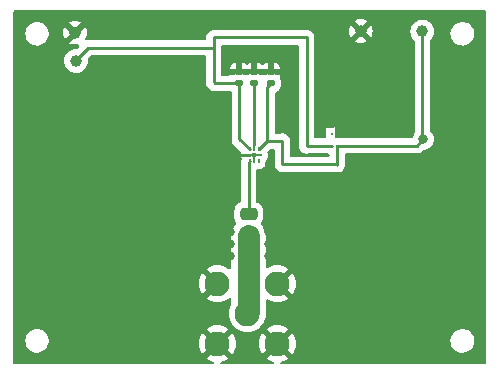
<source format=gtl>
G04 #@! TF.GenerationSoftware,KiCad,Pcbnew,8.0.7-8.0.7-0~ubuntu22.04.1*
G04 #@! TF.CreationDate,2025-02-07T12:30:24-08:00*
G04 #@! TF.ProjectId,WaDAR_Tag_V1_2,57614441-525f-4546-9167-5f56315f322e,rev?*
G04 #@! TF.SameCoordinates,Original*
G04 #@! TF.FileFunction,Copper,L1,Top*
G04 #@! TF.FilePolarity,Positive*
%FSLAX46Y46*%
G04 Gerber Fmt 4.6, Leading zero omitted, Abs format (unit mm)*
G04 Created by KiCad (PCBNEW 8.0.7-8.0.7-0~ubuntu22.04.1) date 2025-02-07 12:30:24*
%MOMM*%
%LPD*%
G01*
G04 APERTURE LIST*
G04 Aperture macros list*
%AMRoundRect*
0 Rectangle with rounded corners*
0 $1 Rounding radius*
0 $2 $3 $4 $5 $6 $7 $8 $9 X,Y pos of 4 corners*
0 Add a 4 corners polygon primitive as box body*
4,1,4,$2,$3,$4,$5,$6,$7,$8,$9,$2,$3,0*
0 Add four circle primitives for the rounded corners*
1,1,$1+$1,$2,$3*
1,1,$1+$1,$4,$5*
1,1,$1+$1,$6,$7*
1,1,$1+$1,$8,$9*
0 Add four rect primitives between the rounded corners*
20,1,$1+$1,$2,$3,$4,$5,0*
20,1,$1+$1,$4,$5,$6,$7,0*
20,1,$1+$1,$6,$7,$8,$9,0*
20,1,$1+$1,$8,$9,$2,$3,0*%
G04 Aperture macros list end*
G04 #@! TA.AperFunction,SMDPad,CuDef*
%ADD10C,1.000000*%
G04 #@! TD*
G04 #@! TA.AperFunction,SMDPad,CuDef*
%ADD11RoundRect,0.140000X0.170000X-0.140000X0.170000X0.140000X-0.170000X0.140000X-0.170000X-0.140000X0*%
G04 #@! TD*
G04 #@! TA.AperFunction,ComponentPad*
%ADD12C,2.108200*%
G04 #@! TD*
G04 #@! TA.AperFunction,SMDPad,CuDef*
%ADD13RoundRect,0.250000X-0.475000X0.250000X-0.475000X-0.250000X0.475000X-0.250000X0.475000X0.250000X0*%
G04 #@! TD*
G04 #@! TA.AperFunction,SMDPad,CuDef*
%ADD14RoundRect,0.037500X0.037500X-0.127500X0.037500X0.127500X-0.037500X0.127500X-0.037500X-0.127500X0*%
G04 #@! TD*
G04 #@! TA.AperFunction,SMDPad,CuDef*
%ADD15RoundRect,0.037500X0.037500X-0.245000X0.037500X0.245000X-0.037500X0.245000X-0.037500X-0.245000X0*%
G04 #@! TD*
G04 #@! TA.AperFunction,SMDPad,CuDef*
%ADD16RoundRect,0.037500X0.245000X0.037500X-0.245000X0.037500X-0.245000X-0.037500X0.245000X-0.037500X0*%
G04 #@! TD*
G04 #@! TA.AperFunction,SMDPad,CuDef*
%ADD17RoundRect,0.100000X0.100000X-0.100000X0.100000X0.100000X-0.100000X0.100000X-0.100000X-0.100000X0*%
G04 #@! TD*
G04 #@! TA.AperFunction,SMDPad,CuDef*
%ADD18C,0.250000*%
G04 #@! TD*
G04 #@! TA.AperFunction,ViaPad*
%ADD19C,0.800000*%
G04 #@! TD*
G04 #@! TA.AperFunction,Conductor*
%ADD20C,0.270000*%
G04 #@! TD*
G04 #@! TA.AperFunction,Conductor*
%ADD21C,0.250000*%
G04 #@! TD*
G04 #@! TA.AperFunction,Conductor*
%ADD22C,1.900000*%
G04 #@! TD*
G04 #@! TA.AperFunction,Conductor*
%ADD23C,0.150000*%
G04 #@! TD*
G04 APERTURE END LIST*
D10*
X173000000Y-47275000D03*
D11*
X165400000Y-50740000D03*
X165400000Y-51700000D03*
X162700000Y-50740000D03*
X162700000Y-51700000D03*
D12*
X160860000Y-73740000D03*
X160860000Y-68660000D03*
X165940000Y-68660000D03*
X165940000Y-73740000D03*
X163400000Y-71200000D03*
D13*
X163500000Y-64650000D03*
X163500000Y-62750000D03*
D14*
X163650000Y-58300000D03*
D15*
X164000000Y-58182500D03*
D16*
X163650000Y-57800000D03*
D17*
X164000000Y-57800000D03*
D16*
X164350000Y-57800000D03*
D14*
X164350000Y-58300000D03*
X164350000Y-57300000D03*
X164000000Y-57300000D03*
X163650000Y-57300000D03*
D18*
X170590000Y-56000000D03*
X170590000Y-57000000D03*
X171000000Y-57000000D03*
X171000000Y-56000000D03*
D11*
X164000000Y-50720000D03*
X164000000Y-51680000D03*
D10*
X148900000Y-49800000D03*
X178200000Y-47300000D03*
X148800000Y-47400000D03*
D19*
X161900000Y-65300000D03*
X165200000Y-60300000D03*
X165200000Y-62300000D03*
X165200000Y-63300000D03*
X161900000Y-64300000D03*
X161900000Y-66300000D03*
X165200000Y-61300000D03*
X161900000Y-59300000D03*
X161900000Y-62300000D03*
X165200000Y-59300000D03*
X161900000Y-61300000D03*
X149000000Y-56425000D03*
X165200000Y-64300000D03*
X161900000Y-63300000D03*
X161900000Y-60300000D03*
X165200000Y-66300000D03*
X165200000Y-65300000D03*
X178300000Y-56425000D03*
D20*
X178300000Y-56425000D02*
X178200000Y-56325000D01*
X178200000Y-56325000D02*
X178200000Y-47300000D01*
X178300000Y-56425000D02*
X177725000Y-57000000D01*
X177725000Y-57000000D02*
X171050000Y-57000000D01*
D21*
X163650000Y-57800000D02*
X162200000Y-57800000D01*
D20*
X160550000Y-51620000D02*
X160630000Y-51700000D01*
X149900000Y-48700000D02*
X160450000Y-48700000D01*
X162700000Y-51700000D02*
X162700000Y-56410000D01*
X160550000Y-48800000D02*
X160550000Y-51620000D01*
X160630000Y-51700000D02*
X162700000Y-51700000D01*
X162700000Y-56410000D02*
X163590000Y-57300000D01*
X148900000Y-49700000D02*
X149900000Y-48700000D01*
X170590000Y-57000000D02*
X168440000Y-57000000D01*
X168420000Y-47830000D02*
X168440000Y-47810000D01*
X160550000Y-47850000D02*
X160550000Y-48800000D01*
X160590000Y-47810000D02*
X160550000Y-47850000D01*
X160450000Y-48700000D02*
X160550000Y-48800000D01*
X168440000Y-47810000D02*
X160590000Y-47810000D01*
X168440000Y-57000000D02*
X168420000Y-57020000D01*
X168420000Y-57020000D02*
X168420000Y-47830000D01*
D22*
X163500000Y-71100000D02*
X163400000Y-71200000D01*
X163500000Y-64650000D02*
X163500000Y-71100000D01*
D20*
X164000000Y-51680000D02*
X164000000Y-56957166D01*
D23*
X164000000Y-57300000D02*
X164000000Y-56957166D01*
D20*
X166330000Y-56610000D02*
X166360000Y-56580000D01*
X166360000Y-58560000D02*
X166370000Y-58570000D01*
X165100000Y-56610000D02*
X166330000Y-56610000D01*
X165100000Y-56610000D02*
X164410000Y-57300000D01*
X165100000Y-52000000D02*
X165100000Y-56610000D01*
X166360000Y-56580000D02*
X166360000Y-58560000D01*
X170970000Y-58570000D02*
X171000000Y-58600000D01*
X171000000Y-57000000D02*
X171000000Y-58600000D01*
X166370000Y-58570000D02*
X170970000Y-58570000D01*
X165400000Y-51700000D02*
X165100000Y-52000000D01*
X163500000Y-58390000D02*
X163590000Y-58300000D01*
X163600000Y-62750000D02*
X163590000Y-62740000D01*
X163500000Y-62750000D02*
X163500000Y-58390000D01*
G04 #@! TA.AperFunction,Conductor*
G36*
X159961427Y-67407875D02*
G01*
X160497629Y-67944077D01*
X160481011Y-67950961D01*
X160349966Y-68038522D01*
X160238522Y-68149966D01*
X160150961Y-68281011D01*
X160144077Y-68297629D01*
X159595523Y-67749075D01*
X159471004Y-67952270D01*
X159377393Y-68178269D01*
X159377389Y-68178281D01*
X159320287Y-68416129D01*
X159301094Y-68660000D01*
X159320287Y-68903870D01*
X159377389Y-69141718D01*
X159377393Y-69141730D01*
X159471004Y-69367729D01*
X159595523Y-69570923D01*
X160144077Y-69022369D01*
X160150961Y-69038989D01*
X160238522Y-69170034D01*
X160349966Y-69281478D01*
X160481011Y-69369039D01*
X160497628Y-69375922D01*
X159949075Y-69924475D01*
X159949075Y-69924476D01*
X160152270Y-70048995D01*
X160378269Y-70142606D01*
X160378281Y-70142610D01*
X160616129Y-70199712D01*
X160860000Y-70218905D01*
X161103870Y-70199712D01*
X161341718Y-70142610D01*
X161341730Y-70142606D01*
X161567729Y-70048995D01*
X161776296Y-69921184D01*
X161776298Y-69921183D01*
X161844968Y-69862534D01*
X161908729Y-69833963D01*
X161977815Y-69844400D01*
X162030291Y-69890531D01*
X162049500Y-69956824D01*
X162049500Y-70393524D01*
X162031229Y-70458312D01*
X162010555Y-70492049D01*
X162010552Y-70492055D01*
X161916915Y-70718115D01*
X161916915Y-70718116D01*
X161859792Y-70956051D01*
X161840593Y-71200000D01*
X161859792Y-71443948D01*
X161916915Y-71681883D01*
X161916915Y-71681884D01*
X162010555Y-71907952D01*
X162010557Y-71907955D01*
X162138409Y-72116590D01*
X162138410Y-72116593D01*
X162138413Y-72116596D01*
X162297333Y-72302667D01*
X162441370Y-72425687D01*
X162483406Y-72461589D01*
X162483408Y-72461589D01*
X162692044Y-72589442D01*
X162692047Y-72589444D01*
X162918116Y-72683084D01*
X163122301Y-72732104D01*
X163156055Y-72740208D01*
X163400000Y-72759407D01*
X163643945Y-72740208D01*
X163881883Y-72683084D01*
X163881884Y-72683084D01*
X164107952Y-72589444D01*
X164107953Y-72589443D01*
X164107956Y-72589442D01*
X164316596Y-72461587D01*
X164502667Y-72302667D01*
X164661587Y-72116596D01*
X164789442Y-71907956D01*
X164883084Y-71681883D01*
X164940208Y-71443945D01*
X164959407Y-71200000D01*
X164950882Y-71091679D01*
X164950500Y-71081950D01*
X164950500Y-70097743D01*
X164970185Y-70030704D01*
X165022989Y-69984949D01*
X165092147Y-69975005D01*
X165139290Y-69992016D01*
X165232270Y-70048995D01*
X165458269Y-70142606D01*
X165458281Y-70142610D01*
X165696129Y-70199712D01*
X165940000Y-70218905D01*
X166183870Y-70199712D01*
X166421718Y-70142610D01*
X166421730Y-70142606D01*
X166647729Y-70048995D01*
X166850922Y-69924476D01*
X166850923Y-69924475D01*
X166302370Y-69375922D01*
X166318989Y-69369039D01*
X166450034Y-69281478D01*
X166561478Y-69170034D01*
X166649039Y-69038989D01*
X166655922Y-69022370D01*
X167204475Y-69570923D01*
X167204476Y-69570922D01*
X167328995Y-69367729D01*
X167422606Y-69141730D01*
X167422610Y-69141718D01*
X167479712Y-68903870D01*
X167498905Y-68660000D01*
X167479712Y-68416129D01*
X167422610Y-68178281D01*
X167422606Y-68178269D01*
X167328995Y-67952270D01*
X167204475Y-67749075D01*
X166655922Y-68297628D01*
X166649039Y-68281011D01*
X166561478Y-68149966D01*
X166450034Y-68038522D01*
X166318989Y-67950961D01*
X166302368Y-67944076D01*
X166808799Y-67437646D01*
X169650000Y-67450000D01*
X169650000Y-69000000D01*
X169700000Y-69900000D01*
X169650000Y-69750000D01*
X169650000Y-75350000D01*
X166195054Y-75350000D01*
X166220264Y-75294797D01*
X166279042Y-75257023D01*
X166285030Y-75255426D01*
X166421718Y-75222610D01*
X166421730Y-75222606D01*
X166647729Y-75128995D01*
X166850922Y-75004476D01*
X166850923Y-75004475D01*
X166302370Y-74455922D01*
X166318989Y-74449039D01*
X166450034Y-74361478D01*
X166561478Y-74250034D01*
X166649039Y-74118989D01*
X166655922Y-74102370D01*
X167204475Y-74650923D01*
X167204476Y-74650922D01*
X167328995Y-74447729D01*
X167422606Y-74221730D01*
X167422610Y-74221718D01*
X167479712Y-73983870D01*
X167498905Y-73740000D01*
X167479712Y-73496129D01*
X167422610Y-73258281D01*
X167422606Y-73258269D01*
X167328995Y-73032270D01*
X167204475Y-72829075D01*
X166655922Y-73377628D01*
X166649039Y-73361011D01*
X166561478Y-73229966D01*
X166450034Y-73118522D01*
X166318989Y-73030961D01*
X166302368Y-73024076D01*
X166850923Y-72475523D01*
X166647729Y-72351004D01*
X166421730Y-72257393D01*
X166421718Y-72257389D01*
X166183870Y-72200287D01*
X165940000Y-72181094D01*
X165696129Y-72200287D01*
X165458281Y-72257389D01*
X165458269Y-72257393D01*
X165232270Y-72351004D01*
X165029075Y-72475523D01*
X165577629Y-73024077D01*
X165561011Y-73030961D01*
X165429966Y-73118522D01*
X165318522Y-73229966D01*
X165230961Y-73361011D01*
X165224077Y-73377629D01*
X164675523Y-72829075D01*
X164551004Y-73032270D01*
X164457393Y-73258269D01*
X164457389Y-73258281D01*
X164400287Y-73496129D01*
X164381094Y-73740000D01*
X164400287Y-73983870D01*
X164457389Y-74221718D01*
X164457393Y-74221730D01*
X164551004Y-74447729D01*
X164675523Y-74650923D01*
X165224077Y-74102369D01*
X165230961Y-74118989D01*
X165318522Y-74250034D01*
X165429966Y-74361478D01*
X165561011Y-74449039D01*
X165577629Y-74455922D01*
X165029075Y-75004475D01*
X165029075Y-75004476D01*
X165232270Y-75128995D01*
X165458269Y-75222606D01*
X165458281Y-75222610D01*
X165594970Y-75255426D01*
X165655562Y-75290217D01*
X165686563Y-75350000D01*
X161115054Y-75350000D01*
X161140264Y-75294797D01*
X161199042Y-75257023D01*
X161205030Y-75255426D01*
X161341718Y-75222610D01*
X161341730Y-75222606D01*
X161567729Y-75128995D01*
X161770922Y-75004476D01*
X161770923Y-75004475D01*
X161222370Y-74455922D01*
X161238989Y-74449039D01*
X161370034Y-74361478D01*
X161481478Y-74250034D01*
X161569039Y-74118989D01*
X161575922Y-74102370D01*
X162124475Y-74650923D01*
X162124476Y-74650922D01*
X162248995Y-74447729D01*
X162342606Y-74221730D01*
X162342610Y-74221718D01*
X162399712Y-73983870D01*
X162418905Y-73740000D01*
X162399712Y-73496129D01*
X162342610Y-73258281D01*
X162342606Y-73258269D01*
X162248995Y-73032270D01*
X162124475Y-72829075D01*
X161575922Y-73377628D01*
X161569039Y-73361011D01*
X161481478Y-73229966D01*
X161370034Y-73118522D01*
X161238989Y-73030961D01*
X161222368Y-73024076D01*
X161770923Y-72475523D01*
X161567729Y-72351004D01*
X161341730Y-72257393D01*
X161341718Y-72257389D01*
X161103870Y-72200287D01*
X160860000Y-72181094D01*
X160616129Y-72200287D01*
X160378281Y-72257389D01*
X160378269Y-72257393D01*
X160152270Y-72351004D01*
X159949075Y-72475523D01*
X160497629Y-73024077D01*
X160481011Y-73030961D01*
X160349966Y-73118522D01*
X160238522Y-73229966D01*
X160150961Y-73361011D01*
X160144077Y-73377629D01*
X159595523Y-72829075D01*
X159471004Y-73032270D01*
X159377393Y-73258269D01*
X159377389Y-73258281D01*
X159320287Y-73496129D01*
X159301094Y-73740000D01*
X159320287Y-73983870D01*
X159377389Y-74221718D01*
X159377393Y-74221730D01*
X159471004Y-74447729D01*
X159595523Y-74650923D01*
X160144077Y-74102369D01*
X160150961Y-74118989D01*
X160238522Y-74250034D01*
X160349966Y-74361478D01*
X160481011Y-74449039D01*
X160497629Y-74455922D01*
X159949075Y-75004475D01*
X159949075Y-75004476D01*
X160152270Y-75128995D01*
X160378269Y-75222606D01*
X160378281Y-75222610D01*
X160514970Y-75255426D01*
X160575562Y-75290217D01*
X160606563Y-75350000D01*
X158150000Y-75350000D01*
X158150000Y-67400000D01*
X159961427Y-67407875D01*
G37*
G04 #@! TD.AperFunction*
G04 #@! TA.AperFunction,Conductor*
G36*
X183543039Y-45519685D02*
G01*
X183588794Y-45572489D01*
X183600000Y-45624000D01*
X183600000Y-75376000D01*
X183580315Y-75443039D01*
X183527511Y-75488794D01*
X183476000Y-75500000D01*
X166313977Y-75500000D01*
X166246938Y-75480315D01*
X166201183Y-75427511D01*
X166191239Y-75358353D01*
X166195054Y-75350000D01*
X169650000Y-75350000D01*
X169650000Y-73500000D01*
X180597422Y-73500000D01*
X180617943Y-73701819D01*
X180678669Y-73895364D01*
X180678676Y-73895379D01*
X180777118Y-74072738D01*
X180777121Y-74072743D01*
X180909255Y-74226660D01*
X180909256Y-74226662D01*
X181069668Y-74350829D01*
X181069672Y-74350832D01*
X181251799Y-74440170D01*
X181448182Y-74491017D01*
X181650780Y-74501292D01*
X181851299Y-74470573D01*
X182041530Y-74400120D01*
X182213684Y-74292815D01*
X182360715Y-74153052D01*
X182476601Y-73986553D01*
X182556600Y-73800135D01*
X182597435Y-73601429D01*
X182600000Y-73500000D01*
X182597435Y-73398571D01*
X182556600Y-73199865D01*
X182476601Y-73013447D01*
X182360715Y-72846948D01*
X182213684Y-72707185D01*
X182041530Y-72599880D01*
X181933391Y-72559830D01*
X181851300Y-72529427D01*
X181851294Y-72529426D01*
X181650781Y-72498708D01*
X181650780Y-72498708D01*
X181549481Y-72503845D01*
X181448181Y-72508983D01*
X181251798Y-72559830D01*
X181069668Y-72649170D01*
X180909256Y-72773337D01*
X180909255Y-72773339D01*
X180777121Y-72927256D01*
X180777118Y-72927261D01*
X180678676Y-73104620D01*
X180678669Y-73104635D01*
X180617943Y-73298180D01*
X180597422Y-73500000D01*
X169650000Y-73500000D01*
X169650000Y-69750000D01*
X169700000Y-69900000D01*
X169650000Y-69000000D01*
X169650000Y-67450000D01*
X166808798Y-67437646D01*
X166850923Y-67395523D01*
X166647729Y-67271004D01*
X166421730Y-67177393D01*
X166421718Y-67177389D01*
X166183870Y-67120287D01*
X165940000Y-67101094D01*
X165696129Y-67120287D01*
X165458281Y-67177389D01*
X165458269Y-67177393D01*
X165232275Y-67271002D01*
X165139290Y-67327984D01*
X165071844Y-67346228D01*
X165005241Y-67325111D01*
X164960628Y-67271339D01*
X164950500Y-67222256D01*
X164950500Y-64535837D01*
X164914784Y-64310339D01*
X164844229Y-64093196D01*
X164740578Y-63889771D01*
X164606379Y-63705063D01*
X164556523Y-63655207D01*
X164523038Y-63593884D01*
X164528022Y-63524192D01*
X164556523Y-63479845D01*
X164567712Y-63468656D01*
X164659814Y-63319334D01*
X164714999Y-63152797D01*
X164725500Y-63050009D01*
X164725499Y-62449992D01*
X164714999Y-62347203D01*
X164659814Y-62180666D01*
X164567712Y-62031344D01*
X164443656Y-61907288D01*
X164294334Y-61815186D01*
X164220494Y-61790717D01*
X164163051Y-61750945D01*
X164136228Y-61686429D01*
X164135500Y-61673012D01*
X164135500Y-59089070D01*
X164155185Y-59022031D01*
X164207989Y-58976276D01*
X164266917Y-58965292D01*
X164270376Y-58965499D01*
X164270382Y-58965500D01*
X164270388Y-58965500D01*
X164429619Y-58965500D01*
X164451232Y-58962904D01*
X164516077Y-58955117D01*
X164653658Y-58900862D01*
X164771500Y-58811500D01*
X164860862Y-58693658D01*
X164915117Y-58556077D01*
X164925500Y-58469618D01*
X164925500Y-58323031D01*
X164945185Y-58255992D01*
X164974578Y-58224224D01*
X164978646Y-58221138D01*
X165067920Y-58103413D01*
X165067923Y-58103407D01*
X165122126Y-57965958D01*
X165132500Y-57879571D01*
X165132500Y-57720428D01*
X165122126Y-57634041D01*
X165110266Y-57603967D01*
X165103982Y-57534380D01*
X165136318Y-57472443D01*
X165137781Y-57470951D01*
X165326916Y-57281816D01*
X165388238Y-57248334D01*
X165414595Y-57245500D01*
X165600500Y-57245500D01*
X165667539Y-57265185D01*
X165713294Y-57317989D01*
X165724500Y-57369500D01*
X165724500Y-58622595D01*
X165748920Y-58745361D01*
X165748923Y-58745373D01*
X165796823Y-58861015D01*
X165796830Y-58861028D01*
X165866374Y-58965107D01*
X165866376Y-58965110D01*
X165876372Y-58975105D01*
X165876375Y-58975108D01*
X165923298Y-59022031D01*
X165964893Y-59063626D01*
X166068971Y-59133169D01*
X166068984Y-59133176D01*
X166184626Y-59181076D01*
X166184631Y-59181078D01*
X166307404Y-59205499D01*
X166307408Y-59205500D01*
X166307409Y-59205500D01*
X170777849Y-59205500D01*
X170808621Y-59210065D01*
X170808656Y-59209890D01*
X170812220Y-59210598D01*
X170813845Y-59210840D01*
X170814631Y-59211078D01*
X170937404Y-59235499D01*
X170937408Y-59235500D01*
X170937409Y-59235500D01*
X171062592Y-59235500D01*
X171062593Y-59235499D01*
X171185369Y-59211078D01*
X171301022Y-59163173D01*
X171405108Y-59093625D01*
X171493625Y-59005108D01*
X171563173Y-58901022D01*
X171611078Y-58785369D01*
X171635500Y-58662591D01*
X171635500Y-57759500D01*
X171655185Y-57692461D01*
X171707989Y-57646706D01*
X171759500Y-57635500D01*
X177787592Y-57635500D01*
X177787593Y-57635499D01*
X177910369Y-57611078D01*
X178026022Y-57563173D01*
X178130108Y-57493625D01*
X178261915Y-57361817D01*
X178323236Y-57328334D01*
X178349595Y-57325500D01*
X178394644Y-57325500D01*
X178394646Y-57325500D01*
X178579803Y-57286144D01*
X178752730Y-57209151D01*
X178905871Y-57097888D01*
X179032533Y-56957216D01*
X179127179Y-56793284D01*
X179185674Y-56613256D01*
X179205460Y-56425000D01*
X179185674Y-56236744D01*
X179127179Y-56056716D01*
X179032533Y-55892784D01*
X178982922Y-55837686D01*
X178905876Y-55752116D01*
X178905871Y-55752112D01*
X178886613Y-55738120D01*
X178843948Y-55682790D01*
X178835500Y-55637803D01*
X178835500Y-48131395D01*
X178855185Y-48064356D01*
X178880833Y-48035543D01*
X178910883Y-48010883D01*
X179035910Y-47858538D01*
X179128814Y-47684727D01*
X179184851Y-47500000D01*
X180597422Y-47500000D01*
X180617943Y-47701819D01*
X180678669Y-47895364D01*
X180678676Y-47895379D01*
X180777118Y-48072738D01*
X180777121Y-48072743D01*
X180909255Y-48226660D01*
X180909256Y-48226662D01*
X181040625Y-48328348D01*
X181069672Y-48350832D01*
X181251799Y-48440170D01*
X181448182Y-48491017D01*
X181650780Y-48501292D01*
X181851299Y-48470573D01*
X182041530Y-48400120D01*
X182213684Y-48292815D01*
X182360715Y-48153052D01*
X182476601Y-47986553D01*
X182556600Y-47800135D01*
X182597435Y-47601429D01*
X182600000Y-47500000D01*
X182599267Y-47471032D01*
X182597435Y-47398575D01*
X182597435Y-47398571D01*
X182556600Y-47199865D01*
X182476601Y-47013447D01*
X182408265Y-46915266D01*
X182360715Y-46846948D01*
X182213685Y-46707186D01*
X182213684Y-46707185D01*
X182041530Y-46599880D01*
X181933391Y-46559830D01*
X181851300Y-46529427D01*
X181851294Y-46529426D01*
X181650781Y-46498708D01*
X181650780Y-46498708D01*
X181549481Y-46503845D01*
X181448181Y-46508983D01*
X181251798Y-46559830D01*
X181069668Y-46649170D01*
X180909256Y-46773337D01*
X180909255Y-46773339D01*
X180777121Y-46927256D01*
X180777118Y-46927261D01*
X180678676Y-47104620D01*
X180678669Y-47104635D01*
X180617943Y-47298180D01*
X180597422Y-47500000D01*
X179184851Y-47500000D01*
X179186024Y-47496132D01*
X179205341Y-47300000D01*
X179186024Y-47103868D01*
X179128814Y-46915273D01*
X179128811Y-46915269D01*
X179128811Y-46915266D01*
X179035913Y-46741467D01*
X179035909Y-46741460D01*
X178910883Y-46589116D01*
X178758539Y-46464090D01*
X178758532Y-46464086D01*
X178584733Y-46371188D01*
X178584727Y-46371186D01*
X178396132Y-46313976D01*
X178396129Y-46313975D01*
X178200000Y-46294659D01*
X178003870Y-46313975D01*
X177815266Y-46371188D01*
X177641467Y-46464086D01*
X177641460Y-46464090D01*
X177489116Y-46589116D01*
X177364090Y-46741460D01*
X177364086Y-46741467D01*
X177271188Y-46915266D01*
X177213975Y-47103870D01*
X177194659Y-47300000D01*
X177213975Y-47496129D01*
X177213976Y-47496132D01*
X177265088Y-47664626D01*
X177271188Y-47684733D01*
X177364086Y-47858532D01*
X177364090Y-47858539D01*
X177489115Y-48010881D01*
X177489117Y-48010883D01*
X177519164Y-48035542D01*
X177558498Y-48093285D01*
X177564500Y-48131395D01*
X177564500Y-55864697D01*
X177547887Y-55926697D01*
X177472821Y-56056715D01*
X177472818Y-56056722D01*
X177414325Y-56236745D01*
X177412569Y-56253460D01*
X177385986Y-56318075D01*
X177328689Y-56358060D01*
X177289248Y-56364500D01*
X172400000Y-56364500D01*
X172400000Y-55200000D01*
X170800000Y-55200000D01*
X170800000Y-55400000D01*
X170799974Y-55405596D01*
X170776745Y-55411322D01*
X170634845Y-55485797D01*
X170577220Y-55500000D01*
X170100000Y-55500000D01*
X170100000Y-56240500D01*
X170080315Y-56307539D01*
X170027511Y-56353294D01*
X169976000Y-56364500D01*
X169179500Y-56364500D01*
X169112461Y-56344815D01*
X169066706Y-56292011D01*
X169055500Y-56240500D01*
X169055500Y-48137075D01*
X172491476Y-48137075D01*
X172615462Y-48203348D01*
X172803969Y-48260531D01*
X172803965Y-48260531D01*
X173000000Y-48279838D01*
X173196032Y-48260531D01*
X173384537Y-48203348D01*
X173508523Y-48137076D01*
X173508523Y-48137075D01*
X173000001Y-47628553D01*
X173000000Y-47628553D01*
X172491476Y-48137075D01*
X169055500Y-48137075D01*
X169055500Y-47985349D01*
X169057883Y-47961157D01*
X169061992Y-47940500D01*
X169075500Y-47872591D01*
X169075500Y-47747409D01*
X169051078Y-47624631D01*
X169051076Y-47624626D01*
X169003176Y-47508984D01*
X169003169Y-47508971D01*
X168933625Y-47404892D01*
X168933622Y-47404888D01*
X168845111Y-47316377D01*
X168845107Y-47316374D01*
X168783187Y-47275000D01*
X171995161Y-47275000D01*
X172014468Y-47471032D01*
X172071651Y-47659539D01*
X172137922Y-47783523D01*
X172137923Y-47783523D01*
X172646446Y-47275000D01*
X172646446Y-47274999D01*
X173353553Y-47274999D01*
X173353553Y-47275000D01*
X173862076Y-47783523D01*
X173928348Y-47659537D01*
X173985531Y-47471032D01*
X174004838Y-47275000D01*
X173985531Y-47078967D01*
X173928348Y-46890462D01*
X173862075Y-46766476D01*
X173353553Y-47274999D01*
X172646446Y-47274999D01*
X172137923Y-46766476D01*
X172071649Y-46890466D01*
X172014468Y-47078967D01*
X171995161Y-47275000D01*
X168783187Y-47275000D01*
X168741028Y-47246830D01*
X168741015Y-47246823D01*
X168625373Y-47198923D01*
X168625361Y-47198920D01*
X168502595Y-47174500D01*
X168502591Y-47174500D01*
X160658725Y-47174500D01*
X160658705Y-47174499D01*
X160652591Y-47174499D01*
X160527409Y-47174499D01*
X160527408Y-47174499D01*
X160477135Y-47184499D01*
X160426862Y-47194500D01*
X160413473Y-47197163D01*
X160404629Y-47198922D01*
X160404626Y-47198923D01*
X160288984Y-47246823D01*
X160288977Y-47246827D01*
X160259046Y-47266827D01*
X160229114Y-47286827D01*
X160229113Y-47286828D01*
X160184889Y-47316376D01*
X160184888Y-47316377D01*
X160144893Y-47356374D01*
X160144892Y-47356375D01*
X160102696Y-47398571D01*
X160056373Y-47444893D01*
X159986830Y-47548971D01*
X159986823Y-47548984D01*
X159938923Y-47664626D01*
X159938920Y-47664638D01*
X159914500Y-47787404D01*
X159914500Y-47940500D01*
X159894815Y-48007539D01*
X159842011Y-48053294D01*
X159790500Y-48064500D01*
X149968725Y-48064500D01*
X149968705Y-48064499D01*
X149962591Y-48064499D01*
X149837409Y-48064499D01*
X149805065Y-48070932D01*
X149735474Y-48064703D01*
X149680297Y-48021839D01*
X149657054Y-47955949D01*
X149671518Y-47890861D01*
X149728348Y-47784539D01*
X149785531Y-47596032D01*
X149804838Y-47400000D01*
X149785531Y-47203967D01*
X149728348Y-47015462D01*
X149662076Y-46891476D01*
X148976777Y-47576777D01*
X148291476Y-48262076D01*
X148415462Y-48328348D01*
X148603969Y-48385531D01*
X148603965Y-48385531D01*
X148800000Y-48404838D01*
X149002097Y-48384934D01*
X149002263Y-48386622D01*
X149063772Y-48392116D01*
X149118956Y-48434970D01*
X149142211Y-48500856D01*
X149126154Y-48568855D01*
X149106071Y-48595194D01*
X148938702Y-48762563D01*
X148877379Y-48796048D01*
X148863176Y-48798285D01*
X148703870Y-48813975D01*
X148515266Y-48871188D01*
X148341467Y-48964086D01*
X148341460Y-48964090D01*
X148189116Y-49089116D01*
X148064090Y-49241460D01*
X148064086Y-49241467D01*
X147971188Y-49415266D01*
X147913975Y-49603870D01*
X147894659Y-49800000D01*
X147913975Y-49996129D01*
X147913976Y-49996132D01*
X147962387Y-50155722D01*
X147971188Y-50184733D01*
X148064086Y-50358532D01*
X148064090Y-50358539D01*
X148189116Y-50510883D01*
X148341460Y-50635909D01*
X148341467Y-50635913D01*
X148515266Y-50728811D01*
X148515269Y-50728811D01*
X148515273Y-50728814D01*
X148703868Y-50786024D01*
X148900000Y-50805341D01*
X149096132Y-50786024D01*
X149284727Y-50728814D01*
X149458538Y-50635910D01*
X149610883Y-50510883D01*
X149735910Y-50358538D01*
X149828814Y-50184727D01*
X149886024Y-49996132D01*
X149905341Y-49800000D01*
X149892564Y-49670279D01*
X149905583Y-49601635D01*
X149928280Y-49570451D01*
X150126915Y-49371816D01*
X150188238Y-49338334D01*
X150214595Y-49335500D01*
X159790500Y-49335500D01*
X159857539Y-49355185D01*
X159903294Y-49407989D01*
X159914500Y-49459500D01*
X159914500Y-51682595D01*
X159938920Y-51805361D01*
X159938923Y-51805373D01*
X159986823Y-51921015D01*
X159986830Y-51921028D01*
X160056373Y-52025106D01*
X160056374Y-52025107D01*
X160056375Y-52025108D01*
X160136375Y-52105108D01*
X160224892Y-52193625D01*
X160224893Y-52193626D01*
X160328971Y-52263169D01*
X160328984Y-52263176D01*
X160444626Y-52311076D01*
X160444631Y-52311078D01*
X160567404Y-52335499D01*
X160567408Y-52335500D01*
X160567409Y-52335500D01*
X161940500Y-52335500D01*
X162007539Y-52355185D01*
X162053294Y-52407989D01*
X162064500Y-52459500D01*
X162064500Y-56472595D01*
X162088920Y-56595361D01*
X162088923Y-56595373D01*
X162136823Y-56711015D01*
X162136830Y-56711028D01*
X162206374Y-56815107D01*
X162206377Y-56815111D01*
X162862060Y-57470793D01*
X162895545Y-57532116D01*
X162890561Y-57601807D01*
X162889735Y-57603961D01*
X162877873Y-57634043D01*
X162867500Y-57720428D01*
X162867500Y-57879571D01*
X162877873Y-57965956D01*
X162913089Y-58055260D01*
X162919370Y-58124847D01*
X162912296Y-58148200D01*
X162888921Y-58204634D01*
X162888919Y-58204638D01*
X162864500Y-58327404D01*
X162864500Y-61673012D01*
X162844815Y-61740051D01*
X162792011Y-61785806D01*
X162779505Y-61790718D01*
X162705666Y-61815186D01*
X162556342Y-61907289D01*
X162432289Y-62031342D01*
X162340187Y-62180663D01*
X162340186Y-62180666D01*
X162285001Y-62347203D01*
X162285001Y-62347204D01*
X162285000Y-62347204D01*
X162274500Y-62449983D01*
X162274500Y-63050001D01*
X162274501Y-63050019D01*
X162285000Y-63152796D01*
X162285001Y-63152799D01*
X162340185Y-63319331D01*
X162340187Y-63319336D01*
X162432289Y-63468657D01*
X162443477Y-63479845D01*
X162476962Y-63541168D01*
X162471978Y-63610860D01*
X162443477Y-63655207D01*
X162393623Y-63705060D01*
X162393622Y-63705061D01*
X162259421Y-63889771D01*
X162155770Y-64093196D01*
X162085215Y-64310339D01*
X162049500Y-64535837D01*
X162049500Y-67363175D01*
X162033728Y-67416885D01*
X161796246Y-67415853D01*
X161776298Y-67398816D01*
X161776296Y-67398815D01*
X161567729Y-67271004D01*
X161341730Y-67177393D01*
X161341718Y-67177389D01*
X161103870Y-67120287D01*
X160860000Y-67101094D01*
X160616129Y-67120287D01*
X160378281Y-67177389D01*
X160378269Y-67177393D01*
X160152270Y-67271004D01*
X159949075Y-67395523D01*
X159961427Y-67407875D01*
X158150000Y-67400000D01*
X158150000Y-75350000D01*
X160606563Y-75350000D01*
X160607726Y-75352243D01*
X160601250Y-75421812D01*
X160558191Y-75476836D01*
X160492218Y-75499845D01*
X160486023Y-75500000D01*
X143724000Y-75500000D01*
X143656961Y-75480315D01*
X143611206Y-75427511D01*
X143600000Y-75376000D01*
X143600000Y-73500000D01*
X144597422Y-73500000D01*
X144617943Y-73701819D01*
X144678669Y-73895364D01*
X144678676Y-73895379D01*
X144777118Y-74072738D01*
X144777121Y-74072743D01*
X144909255Y-74226660D01*
X144909256Y-74226662D01*
X145069668Y-74350829D01*
X145069672Y-74350832D01*
X145251799Y-74440170D01*
X145448182Y-74491017D01*
X145650780Y-74501292D01*
X145851299Y-74470573D01*
X146041530Y-74400120D01*
X146213684Y-74292815D01*
X146360715Y-74153052D01*
X146476601Y-73986553D01*
X146556600Y-73800135D01*
X146597435Y-73601429D01*
X146600000Y-73500000D01*
X146597435Y-73398571D01*
X146556600Y-73199865D01*
X146476601Y-73013447D01*
X146360715Y-72846948D01*
X146213684Y-72707185D01*
X146041530Y-72599880D01*
X145933391Y-72559830D01*
X145851300Y-72529427D01*
X145851294Y-72529426D01*
X145650781Y-72498708D01*
X145650780Y-72498708D01*
X145549481Y-72503845D01*
X145448181Y-72508983D01*
X145251798Y-72559830D01*
X145069668Y-72649170D01*
X144909256Y-72773337D01*
X144909255Y-72773339D01*
X144777121Y-72927256D01*
X144777118Y-72927261D01*
X144678676Y-73104620D01*
X144678669Y-73104635D01*
X144617943Y-73298180D01*
X144597422Y-73500000D01*
X143600000Y-73500000D01*
X143600000Y-47500000D01*
X144597422Y-47500000D01*
X144617943Y-47701819D01*
X144678669Y-47895364D01*
X144678676Y-47895379D01*
X144777118Y-48072738D01*
X144777121Y-48072743D01*
X144909255Y-48226660D01*
X144909256Y-48226662D01*
X145040625Y-48328348D01*
X145069672Y-48350832D01*
X145251799Y-48440170D01*
X145448182Y-48491017D01*
X145650780Y-48501292D01*
X145851299Y-48470573D01*
X146041530Y-48400120D01*
X146213684Y-48292815D01*
X146360715Y-48153052D01*
X146476601Y-47986553D01*
X146556600Y-47800135D01*
X146597435Y-47601429D01*
X146600000Y-47500000D01*
X146599267Y-47471032D01*
X146597471Y-47400000D01*
X147795161Y-47400000D01*
X147814468Y-47596032D01*
X147871651Y-47784539D01*
X147937922Y-47908523D01*
X147937923Y-47908523D01*
X148446446Y-47400000D01*
X148446446Y-47399999D01*
X147937923Y-46891476D01*
X147871649Y-47015466D01*
X147814468Y-47203967D01*
X147795161Y-47400000D01*
X146597471Y-47400000D01*
X146597435Y-47398575D01*
X146597435Y-47398571D01*
X146556600Y-47199865D01*
X146476601Y-47013447D01*
X146408265Y-46915266D01*
X146360715Y-46846948D01*
X146213685Y-46707186D01*
X146213684Y-46707185D01*
X146041530Y-46599880D01*
X145933391Y-46559830D01*
X145874240Y-46537923D01*
X148291476Y-46537923D01*
X148800000Y-47046446D01*
X148800001Y-47046446D01*
X149308523Y-46537923D01*
X149308523Y-46537922D01*
X149184539Y-46471651D01*
X148996030Y-46414468D01*
X148996034Y-46414468D01*
X148980347Y-46412923D01*
X172491476Y-46412923D01*
X173000000Y-46921446D01*
X173000001Y-46921446D01*
X173508523Y-46412923D01*
X173508523Y-46412922D01*
X173384539Y-46346651D01*
X173196030Y-46289468D01*
X173196034Y-46289468D01*
X173000000Y-46270161D01*
X172803967Y-46289468D01*
X172615466Y-46346649D01*
X172491476Y-46412923D01*
X148980347Y-46412923D01*
X148800000Y-46395161D01*
X148603967Y-46414468D01*
X148415466Y-46471649D01*
X148291476Y-46537923D01*
X145874240Y-46537923D01*
X145851300Y-46529427D01*
X145851294Y-46529426D01*
X145650781Y-46498708D01*
X145650780Y-46498708D01*
X145549481Y-46503845D01*
X145448181Y-46508983D01*
X145251798Y-46559830D01*
X145069668Y-46649170D01*
X144909256Y-46773337D01*
X144909255Y-46773339D01*
X144777121Y-46927256D01*
X144777118Y-46927261D01*
X144678676Y-47104620D01*
X144678669Y-47104635D01*
X144617943Y-47298180D01*
X144597422Y-47500000D01*
X143600000Y-47500000D01*
X143600000Y-45624000D01*
X143619685Y-45556961D01*
X143672489Y-45511206D01*
X143724000Y-45500000D01*
X183476000Y-45500000D01*
X183543039Y-45519685D01*
G37*
G04 #@! TD.AperFunction*
G04 #@! TA.AperFunction,Conductor*
G36*
X165687726Y-75352243D02*
G01*
X165681250Y-75421812D01*
X165638191Y-75476836D01*
X165572218Y-75499845D01*
X165566023Y-75500000D01*
X161233977Y-75500000D01*
X161166938Y-75480315D01*
X161121183Y-75427511D01*
X161111239Y-75358353D01*
X161115054Y-75350000D01*
X165686563Y-75350000D01*
X165687726Y-75352243D01*
G37*
G04 #@! TD.AperFunction*
G04 #@! TA.AperFunction,Conductor*
G36*
X167727539Y-48465185D02*
G01*
X167773294Y-48517989D01*
X167784500Y-48569500D01*
X167784500Y-57082595D01*
X167808920Y-57205361D01*
X167808923Y-57205373D01*
X167856823Y-57321015D01*
X167856830Y-57321028D01*
X167926374Y-57425107D01*
X167926377Y-57425111D01*
X168014888Y-57513622D01*
X168014892Y-57513625D01*
X168118971Y-57583169D01*
X168118984Y-57583176D01*
X168234626Y-57631076D01*
X168234631Y-57631078D01*
X168355825Y-57655185D01*
X168357404Y-57655499D01*
X168357408Y-57655500D01*
X168357409Y-57655500D01*
X168482592Y-57655500D01*
X168482592Y-57655499D01*
X168571158Y-57637882D01*
X168595349Y-57635500D01*
X170240500Y-57635500D01*
X170307539Y-57655185D01*
X170353294Y-57707989D01*
X170364500Y-57759500D01*
X170364500Y-57810500D01*
X170344815Y-57877539D01*
X170292011Y-57923294D01*
X170240500Y-57934500D01*
X167119500Y-57934500D01*
X167052461Y-57914815D01*
X167006706Y-57862011D01*
X166995500Y-57810500D01*
X166995500Y-56517408D01*
X166995499Y-56517404D01*
X166986585Y-56472591D01*
X166971078Y-56394631D01*
X166968713Y-56388922D01*
X166923176Y-56278984D01*
X166923169Y-56278971D01*
X166853625Y-56174892D01*
X166853622Y-56174888D01*
X166765111Y-56086377D01*
X166765107Y-56086374D01*
X166661028Y-56016830D01*
X166661015Y-56016823D01*
X166545373Y-55968923D01*
X166545361Y-55968920D01*
X166422595Y-55944500D01*
X166422591Y-55944500D01*
X166297409Y-55944500D01*
X166297404Y-55944500D01*
X166174631Y-55968921D01*
X166173845Y-55969160D01*
X166172220Y-55969401D01*
X166168656Y-55970110D01*
X166168621Y-55969934D01*
X166137849Y-55974500D01*
X165859500Y-55974500D01*
X165792461Y-55954815D01*
X165746706Y-55902011D01*
X165735500Y-55850500D01*
X165735500Y-52552003D01*
X165755185Y-52484964D01*
X165807989Y-52439209D01*
X165824908Y-52432926D01*
X165826395Y-52432494D01*
X165965687Y-52350117D01*
X166080117Y-52235687D01*
X166162494Y-52096395D01*
X166207643Y-51940993D01*
X166210500Y-51904690D01*
X166210500Y-51495310D01*
X166207643Y-51459007D01*
X166162494Y-51303605D01*
X166150089Y-51282630D01*
X166132906Y-51214909D01*
X166150091Y-51156384D01*
X166162032Y-51136194D01*
X166204504Y-50990000D01*
X165898352Y-50990000D01*
X165835233Y-50972732D01*
X165826395Y-50967506D01*
X165826393Y-50967505D01*
X165826389Y-50967503D01*
X165670997Y-50922357D01*
X165670991Y-50922356D01*
X165634697Y-50919500D01*
X165634690Y-50919500D01*
X165165310Y-50919500D01*
X165165302Y-50919500D01*
X165129008Y-50922356D01*
X165129002Y-50922357D01*
X164973610Y-50967503D01*
X164973605Y-50967506D01*
X164964766Y-50972732D01*
X164901648Y-50990000D01*
X164532170Y-50990000D01*
X164469051Y-50972732D01*
X164426395Y-50947506D01*
X164426393Y-50947505D01*
X164426389Y-50947503D01*
X164270997Y-50902357D01*
X164270991Y-50902356D01*
X164234697Y-50899500D01*
X164234690Y-50899500D01*
X163765310Y-50899500D01*
X163765302Y-50899500D01*
X163729008Y-50902356D01*
X163729002Y-50902357D01*
X163573610Y-50947503D01*
X163573605Y-50947506D01*
X163530948Y-50972732D01*
X163467830Y-50990000D01*
X163198352Y-50990000D01*
X163135233Y-50972732D01*
X163126395Y-50967506D01*
X163126393Y-50967505D01*
X163126389Y-50967503D01*
X162970997Y-50922357D01*
X162970991Y-50922356D01*
X162934697Y-50919500D01*
X162934690Y-50919500D01*
X162465310Y-50919500D01*
X162465302Y-50919500D01*
X162429008Y-50922356D01*
X162429002Y-50922357D01*
X162273610Y-50967503D01*
X162273605Y-50967506D01*
X162264766Y-50972732D01*
X162201648Y-50990000D01*
X161895495Y-50990000D01*
X161876761Y-51014952D01*
X161820768Y-51056743D01*
X161777600Y-51064500D01*
X161309500Y-51064500D01*
X161242461Y-51044815D01*
X161196706Y-50992011D01*
X161185500Y-50940500D01*
X161185500Y-50490000D01*
X161895496Y-50490000D01*
X162450000Y-50490000D01*
X162450000Y-49961210D01*
X162449999Y-49961209D01*
X162950000Y-49961209D01*
X162950000Y-50490000D01*
X163073567Y-50490000D01*
X163105004Y-50472834D01*
X163131362Y-50470000D01*
X163750000Y-50470000D01*
X164250000Y-50470000D01*
X164868638Y-50470000D01*
X164935677Y-50489685D01*
X164936068Y-50490000D01*
X165150000Y-50490000D01*
X165650000Y-50490000D01*
X166204504Y-50490000D01*
X166162031Y-50343804D01*
X166079721Y-50204625D01*
X166079714Y-50204616D01*
X165965383Y-50090285D01*
X165965374Y-50090278D01*
X165826195Y-50007968D01*
X165826190Y-50007966D01*
X165670918Y-49962855D01*
X165670912Y-49962854D01*
X165650000Y-49961209D01*
X165650000Y-50490000D01*
X165150000Y-50490000D01*
X165150000Y-49961210D01*
X165149999Y-49961209D01*
X165129087Y-49962854D01*
X165129081Y-49962855D01*
X164973809Y-50007966D01*
X164973804Y-50007968D01*
X164834625Y-50090278D01*
X164834616Y-50090285D01*
X164797681Y-50127221D01*
X164736358Y-50160706D01*
X164666666Y-50155722D01*
X164622319Y-50127221D01*
X164565383Y-50070285D01*
X164565374Y-50070278D01*
X164426195Y-49987968D01*
X164426190Y-49987966D01*
X164270918Y-49942855D01*
X164270912Y-49942854D01*
X164250000Y-49941209D01*
X164250000Y-50470000D01*
X163750000Y-50470000D01*
X163750000Y-49941210D01*
X163749999Y-49941209D01*
X163729087Y-49942854D01*
X163729081Y-49942855D01*
X163573809Y-49987966D01*
X163573804Y-49987968D01*
X163434625Y-50070278D01*
X163434616Y-50070285D01*
X163426728Y-50078174D01*
X163365405Y-50111659D01*
X163295713Y-50106675D01*
X163272421Y-50093696D01*
X163272093Y-50094252D01*
X163126195Y-50007968D01*
X163126190Y-50007966D01*
X162970918Y-49962855D01*
X162970912Y-49962854D01*
X162950000Y-49961209D01*
X162449999Y-49961209D01*
X162429087Y-49962854D01*
X162429081Y-49962855D01*
X162273809Y-50007966D01*
X162273804Y-50007968D01*
X162134625Y-50090278D01*
X162134616Y-50090285D01*
X162020285Y-50204616D01*
X162020278Y-50204625D01*
X161937968Y-50343804D01*
X161895496Y-50490000D01*
X161185500Y-50490000D01*
X161185500Y-48569500D01*
X161205185Y-48502461D01*
X161257989Y-48456706D01*
X161309500Y-48445500D01*
X167660500Y-48445500D01*
X167727539Y-48465185D01*
G37*
G04 #@! TD.AperFunction*
G04 #@! TA.AperFunction,Conductor*
G36*
X172400000Y-56364500D02*
G01*
X170937403Y-56364500D01*
X170936143Y-56364624D01*
X170935489Y-56364500D01*
X170931317Y-56364500D01*
X170931317Y-56363708D01*
X170867498Y-56351599D01*
X170816792Y-56303530D01*
X170800000Y-56241220D01*
X170800000Y-55500000D01*
X170799545Y-55500000D01*
X170800000Y-55400000D01*
X170800000Y-55200000D01*
X172400000Y-55200000D01*
X172400000Y-56364500D01*
G37*
G04 #@! TD.AperFunction*
M02*

</source>
